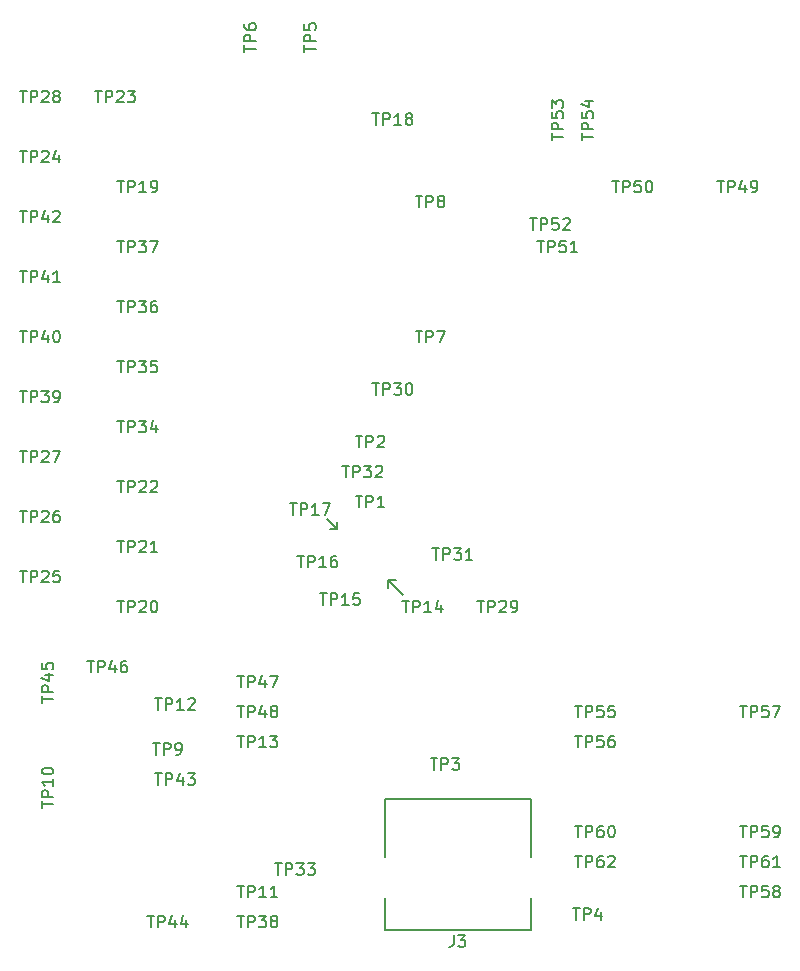
<source format=gto>
G04 #@! TF.FileFunction,Legend,Top*
%FSLAX46Y46*%
G04 Gerber Fmt 4.6, Leading zero omitted, Abs format (unit mm)*
G04 Created by KiCad (PCBNEW 4.0.7) date Tue Jan 30 12:06:56 2018*
%MOMM*%
%LPD*%
G01*
G04 APERTURE LIST*
%ADD10C,0.100000*%
%ADD11C,0.200000*%
%ADD12C,0.150000*%
%ADD13R,1.700000X1.700000*%
%ADD14O,1.700000X1.700000*%
%ADD15C,2.100000*%
%ADD16C,1.750000*%
%ADD17C,1.500000*%
%ADD18R,1.800000X1.800000*%
%ADD19O,1.800000X1.800000*%
%ADD20C,8.600000*%
%ADD21C,2.500000*%
%ADD22C,2.200000*%
%ADD23C,3.500000*%
%ADD24C,1.600000*%
G04 APERTURE END LIST*
D10*
D11*
X122301000Y-69596000D02*
X121412000Y-68707000D01*
X122301000Y-69596000D02*
X121666000Y-69596000D01*
X122301000Y-69596000D02*
X122301000Y-68961000D01*
X126619000Y-73914000D02*
X127889000Y-75184000D01*
X126619000Y-73914000D02*
X127254000Y-73914000D01*
X126619000Y-73914000D02*
X126619000Y-74549000D01*
D12*
X126300000Y-92450000D02*
X138700000Y-92450000D01*
X138700000Y-92450000D02*
X138700000Y-103550000D01*
X126300000Y-103550000D02*
X138700000Y-103550000D01*
X126300000Y-92450000D02*
X126300000Y-103550000D01*
X123833095Y-66762381D02*
X124404524Y-66762381D01*
X124118809Y-67762381D02*
X124118809Y-66762381D01*
X124737857Y-67762381D02*
X124737857Y-66762381D01*
X125118810Y-66762381D01*
X125214048Y-66810000D01*
X125261667Y-66857619D01*
X125309286Y-66952857D01*
X125309286Y-67095714D01*
X125261667Y-67190952D01*
X125214048Y-67238571D01*
X125118810Y-67286190D01*
X124737857Y-67286190D01*
X126261667Y-67762381D02*
X125690238Y-67762381D01*
X125975952Y-67762381D02*
X125975952Y-66762381D01*
X125880714Y-66905238D01*
X125785476Y-67000476D01*
X125690238Y-67048095D01*
X123833095Y-61682381D02*
X124404524Y-61682381D01*
X124118809Y-62682381D02*
X124118809Y-61682381D01*
X124737857Y-62682381D02*
X124737857Y-61682381D01*
X125118810Y-61682381D01*
X125214048Y-61730000D01*
X125261667Y-61777619D01*
X125309286Y-61872857D01*
X125309286Y-62015714D01*
X125261667Y-62110952D01*
X125214048Y-62158571D01*
X125118810Y-62206190D01*
X124737857Y-62206190D01*
X125690238Y-61777619D02*
X125737857Y-61730000D01*
X125833095Y-61682381D01*
X126071191Y-61682381D01*
X126166429Y-61730000D01*
X126214048Y-61777619D01*
X126261667Y-61872857D01*
X126261667Y-61968095D01*
X126214048Y-62110952D01*
X125642619Y-62682381D01*
X126261667Y-62682381D01*
X130183095Y-88987381D02*
X130754524Y-88987381D01*
X130468809Y-89987381D02*
X130468809Y-88987381D01*
X131087857Y-89987381D02*
X131087857Y-88987381D01*
X131468810Y-88987381D01*
X131564048Y-89035000D01*
X131611667Y-89082619D01*
X131659286Y-89177857D01*
X131659286Y-89320714D01*
X131611667Y-89415952D01*
X131564048Y-89463571D01*
X131468810Y-89511190D01*
X131087857Y-89511190D01*
X131992619Y-88987381D02*
X132611667Y-88987381D01*
X132278333Y-89368333D01*
X132421191Y-89368333D01*
X132516429Y-89415952D01*
X132564048Y-89463571D01*
X132611667Y-89558810D01*
X132611667Y-89796905D01*
X132564048Y-89892143D01*
X132516429Y-89939762D01*
X132421191Y-89987381D01*
X132135476Y-89987381D01*
X132040238Y-89939762D01*
X131992619Y-89892143D01*
X142248095Y-101687381D02*
X142819524Y-101687381D01*
X142533809Y-102687381D02*
X142533809Y-101687381D01*
X143152857Y-102687381D02*
X143152857Y-101687381D01*
X143533810Y-101687381D01*
X143629048Y-101735000D01*
X143676667Y-101782619D01*
X143724286Y-101877857D01*
X143724286Y-102020714D01*
X143676667Y-102115952D01*
X143629048Y-102163571D01*
X143533810Y-102211190D01*
X143152857Y-102211190D01*
X144581429Y-102020714D02*
X144581429Y-102687381D01*
X144343333Y-101639762D02*
X144105238Y-102354048D01*
X144724286Y-102354048D01*
X119467381Y-29201905D02*
X119467381Y-28630476D01*
X120467381Y-28916191D02*
X119467381Y-28916191D01*
X120467381Y-28297143D02*
X119467381Y-28297143D01*
X119467381Y-27916190D01*
X119515000Y-27820952D01*
X119562619Y-27773333D01*
X119657857Y-27725714D01*
X119800714Y-27725714D01*
X119895952Y-27773333D01*
X119943571Y-27820952D01*
X119991190Y-27916190D01*
X119991190Y-28297143D01*
X119467381Y-26820952D02*
X119467381Y-27297143D01*
X119943571Y-27344762D01*
X119895952Y-27297143D01*
X119848333Y-27201905D01*
X119848333Y-26963809D01*
X119895952Y-26868571D01*
X119943571Y-26820952D01*
X120038810Y-26773333D01*
X120276905Y-26773333D01*
X120372143Y-26820952D01*
X120419762Y-26868571D01*
X120467381Y-26963809D01*
X120467381Y-27201905D01*
X120419762Y-27297143D01*
X120372143Y-27344762D01*
X114387381Y-29201905D02*
X114387381Y-28630476D01*
X115387381Y-28916191D02*
X114387381Y-28916191D01*
X115387381Y-28297143D02*
X114387381Y-28297143D01*
X114387381Y-27916190D01*
X114435000Y-27820952D01*
X114482619Y-27773333D01*
X114577857Y-27725714D01*
X114720714Y-27725714D01*
X114815952Y-27773333D01*
X114863571Y-27820952D01*
X114911190Y-27916190D01*
X114911190Y-28297143D01*
X114387381Y-26868571D02*
X114387381Y-27059048D01*
X114435000Y-27154286D01*
X114482619Y-27201905D01*
X114625476Y-27297143D01*
X114815952Y-27344762D01*
X115196905Y-27344762D01*
X115292143Y-27297143D01*
X115339762Y-27249524D01*
X115387381Y-27154286D01*
X115387381Y-26963809D01*
X115339762Y-26868571D01*
X115292143Y-26820952D01*
X115196905Y-26773333D01*
X114958810Y-26773333D01*
X114863571Y-26820952D01*
X114815952Y-26868571D01*
X114768333Y-26963809D01*
X114768333Y-27154286D01*
X114815952Y-27249524D01*
X114863571Y-27297143D01*
X114958810Y-27344762D01*
X128913095Y-52792381D02*
X129484524Y-52792381D01*
X129198809Y-53792381D02*
X129198809Y-52792381D01*
X129817857Y-53792381D02*
X129817857Y-52792381D01*
X130198810Y-52792381D01*
X130294048Y-52840000D01*
X130341667Y-52887619D01*
X130389286Y-52982857D01*
X130389286Y-53125714D01*
X130341667Y-53220952D01*
X130294048Y-53268571D01*
X130198810Y-53316190D01*
X129817857Y-53316190D01*
X130722619Y-52792381D02*
X131389286Y-52792381D01*
X130960714Y-53792381D01*
X128913095Y-41362381D02*
X129484524Y-41362381D01*
X129198809Y-42362381D02*
X129198809Y-41362381D01*
X129817857Y-42362381D02*
X129817857Y-41362381D01*
X130198810Y-41362381D01*
X130294048Y-41410000D01*
X130341667Y-41457619D01*
X130389286Y-41552857D01*
X130389286Y-41695714D01*
X130341667Y-41790952D01*
X130294048Y-41838571D01*
X130198810Y-41886190D01*
X129817857Y-41886190D01*
X130960714Y-41790952D02*
X130865476Y-41743333D01*
X130817857Y-41695714D01*
X130770238Y-41600476D01*
X130770238Y-41552857D01*
X130817857Y-41457619D01*
X130865476Y-41410000D01*
X130960714Y-41362381D01*
X131151191Y-41362381D01*
X131246429Y-41410000D01*
X131294048Y-41457619D01*
X131341667Y-41552857D01*
X131341667Y-41600476D01*
X131294048Y-41695714D01*
X131246429Y-41743333D01*
X131151191Y-41790952D01*
X130960714Y-41790952D01*
X130865476Y-41838571D01*
X130817857Y-41886190D01*
X130770238Y-41981429D01*
X130770238Y-42171905D01*
X130817857Y-42267143D01*
X130865476Y-42314762D01*
X130960714Y-42362381D01*
X131151191Y-42362381D01*
X131246429Y-42314762D01*
X131294048Y-42267143D01*
X131341667Y-42171905D01*
X131341667Y-41981429D01*
X131294048Y-41886190D01*
X131246429Y-41838571D01*
X131151191Y-41790952D01*
X106688095Y-87717381D02*
X107259524Y-87717381D01*
X106973809Y-88717381D02*
X106973809Y-87717381D01*
X107592857Y-88717381D02*
X107592857Y-87717381D01*
X107973810Y-87717381D01*
X108069048Y-87765000D01*
X108116667Y-87812619D01*
X108164286Y-87907857D01*
X108164286Y-88050714D01*
X108116667Y-88145952D01*
X108069048Y-88193571D01*
X107973810Y-88241190D01*
X107592857Y-88241190D01*
X108640476Y-88717381D02*
X108830952Y-88717381D01*
X108926191Y-88669762D01*
X108973810Y-88622143D01*
X109069048Y-88479286D01*
X109116667Y-88288810D01*
X109116667Y-87907857D01*
X109069048Y-87812619D01*
X109021429Y-87765000D01*
X108926191Y-87717381D01*
X108735714Y-87717381D01*
X108640476Y-87765000D01*
X108592857Y-87812619D01*
X108545238Y-87907857D01*
X108545238Y-88145952D01*
X108592857Y-88241190D01*
X108640476Y-88288810D01*
X108735714Y-88336429D01*
X108926191Y-88336429D01*
X109021429Y-88288810D01*
X109069048Y-88241190D01*
X109116667Y-88145952D01*
X97242381Y-93178095D02*
X97242381Y-92606666D01*
X98242381Y-92892381D02*
X97242381Y-92892381D01*
X98242381Y-92273333D02*
X97242381Y-92273333D01*
X97242381Y-91892380D01*
X97290000Y-91797142D01*
X97337619Y-91749523D01*
X97432857Y-91701904D01*
X97575714Y-91701904D01*
X97670952Y-91749523D01*
X97718571Y-91797142D01*
X97766190Y-91892380D01*
X97766190Y-92273333D01*
X98242381Y-90749523D02*
X98242381Y-91320952D01*
X98242381Y-91035238D02*
X97242381Y-91035238D01*
X97385238Y-91130476D01*
X97480476Y-91225714D01*
X97528095Y-91320952D01*
X97242381Y-90130476D02*
X97242381Y-90035237D01*
X97290000Y-89939999D01*
X97337619Y-89892380D01*
X97432857Y-89844761D01*
X97623333Y-89797142D01*
X97861429Y-89797142D01*
X98051905Y-89844761D01*
X98147143Y-89892380D01*
X98194762Y-89939999D01*
X98242381Y-90035237D01*
X98242381Y-90130476D01*
X98194762Y-90225714D01*
X98147143Y-90273333D01*
X98051905Y-90320952D01*
X97861429Y-90368571D01*
X97623333Y-90368571D01*
X97432857Y-90320952D01*
X97337619Y-90273333D01*
X97290000Y-90225714D01*
X97242381Y-90130476D01*
X113831905Y-99782381D02*
X114403334Y-99782381D01*
X114117619Y-100782381D02*
X114117619Y-99782381D01*
X114736667Y-100782381D02*
X114736667Y-99782381D01*
X115117620Y-99782381D01*
X115212858Y-99830000D01*
X115260477Y-99877619D01*
X115308096Y-99972857D01*
X115308096Y-100115714D01*
X115260477Y-100210952D01*
X115212858Y-100258571D01*
X115117620Y-100306190D01*
X114736667Y-100306190D01*
X116260477Y-100782381D02*
X115689048Y-100782381D01*
X115974762Y-100782381D02*
X115974762Y-99782381D01*
X115879524Y-99925238D01*
X115784286Y-100020476D01*
X115689048Y-100068095D01*
X117212858Y-100782381D02*
X116641429Y-100782381D01*
X116927143Y-100782381D02*
X116927143Y-99782381D01*
X116831905Y-99925238D01*
X116736667Y-100020476D01*
X116641429Y-100068095D01*
X106846905Y-83907381D02*
X107418334Y-83907381D01*
X107132619Y-84907381D02*
X107132619Y-83907381D01*
X107751667Y-84907381D02*
X107751667Y-83907381D01*
X108132620Y-83907381D01*
X108227858Y-83955000D01*
X108275477Y-84002619D01*
X108323096Y-84097857D01*
X108323096Y-84240714D01*
X108275477Y-84335952D01*
X108227858Y-84383571D01*
X108132620Y-84431190D01*
X107751667Y-84431190D01*
X109275477Y-84907381D02*
X108704048Y-84907381D01*
X108989762Y-84907381D02*
X108989762Y-83907381D01*
X108894524Y-84050238D01*
X108799286Y-84145476D01*
X108704048Y-84193095D01*
X109656429Y-84002619D02*
X109704048Y-83955000D01*
X109799286Y-83907381D01*
X110037382Y-83907381D01*
X110132620Y-83955000D01*
X110180239Y-84002619D01*
X110227858Y-84097857D01*
X110227858Y-84193095D01*
X110180239Y-84335952D01*
X109608810Y-84907381D01*
X110227858Y-84907381D01*
X113831905Y-87082381D02*
X114403334Y-87082381D01*
X114117619Y-88082381D02*
X114117619Y-87082381D01*
X114736667Y-88082381D02*
X114736667Y-87082381D01*
X115117620Y-87082381D01*
X115212858Y-87130000D01*
X115260477Y-87177619D01*
X115308096Y-87272857D01*
X115308096Y-87415714D01*
X115260477Y-87510952D01*
X115212858Y-87558571D01*
X115117620Y-87606190D01*
X114736667Y-87606190D01*
X116260477Y-88082381D02*
X115689048Y-88082381D01*
X115974762Y-88082381D02*
X115974762Y-87082381D01*
X115879524Y-87225238D01*
X115784286Y-87320476D01*
X115689048Y-87368095D01*
X116593810Y-87082381D02*
X117212858Y-87082381D01*
X116879524Y-87463333D01*
X117022382Y-87463333D01*
X117117620Y-87510952D01*
X117165239Y-87558571D01*
X117212858Y-87653810D01*
X117212858Y-87891905D01*
X117165239Y-87987143D01*
X117117620Y-88034762D01*
X117022382Y-88082381D01*
X116736667Y-88082381D01*
X116641429Y-88034762D01*
X116593810Y-87987143D01*
X127801905Y-75652381D02*
X128373334Y-75652381D01*
X128087619Y-76652381D02*
X128087619Y-75652381D01*
X128706667Y-76652381D02*
X128706667Y-75652381D01*
X129087620Y-75652381D01*
X129182858Y-75700000D01*
X129230477Y-75747619D01*
X129278096Y-75842857D01*
X129278096Y-75985714D01*
X129230477Y-76080952D01*
X129182858Y-76128571D01*
X129087620Y-76176190D01*
X128706667Y-76176190D01*
X130230477Y-76652381D02*
X129659048Y-76652381D01*
X129944762Y-76652381D02*
X129944762Y-75652381D01*
X129849524Y-75795238D01*
X129754286Y-75890476D01*
X129659048Y-75938095D01*
X131087620Y-75985714D02*
X131087620Y-76652381D01*
X130849524Y-75604762D02*
X130611429Y-76319048D01*
X131230477Y-76319048D01*
X120816905Y-75017381D02*
X121388334Y-75017381D01*
X121102619Y-76017381D02*
X121102619Y-75017381D01*
X121721667Y-76017381D02*
X121721667Y-75017381D01*
X122102620Y-75017381D01*
X122197858Y-75065000D01*
X122245477Y-75112619D01*
X122293096Y-75207857D01*
X122293096Y-75350714D01*
X122245477Y-75445952D01*
X122197858Y-75493571D01*
X122102620Y-75541190D01*
X121721667Y-75541190D01*
X123245477Y-76017381D02*
X122674048Y-76017381D01*
X122959762Y-76017381D02*
X122959762Y-75017381D01*
X122864524Y-75160238D01*
X122769286Y-75255476D01*
X122674048Y-75303095D01*
X124150239Y-75017381D02*
X123674048Y-75017381D01*
X123626429Y-75493571D01*
X123674048Y-75445952D01*
X123769286Y-75398333D01*
X124007382Y-75398333D01*
X124102620Y-75445952D01*
X124150239Y-75493571D01*
X124197858Y-75588810D01*
X124197858Y-75826905D01*
X124150239Y-75922143D01*
X124102620Y-75969762D01*
X124007382Y-76017381D01*
X123769286Y-76017381D01*
X123674048Y-75969762D01*
X123626429Y-75922143D01*
X118911905Y-71842381D02*
X119483334Y-71842381D01*
X119197619Y-72842381D02*
X119197619Y-71842381D01*
X119816667Y-72842381D02*
X119816667Y-71842381D01*
X120197620Y-71842381D01*
X120292858Y-71890000D01*
X120340477Y-71937619D01*
X120388096Y-72032857D01*
X120388096Y-72175714D01*
X120340477Y-72270952D01*
X120292858Y-72318571D01*
X120197620Y-72366190D01*
X119816667Y-72366190D01*
X121340477Y-72842381D02*
X120769048Y-72842381D01*
X121054762Y-72842381D02*
X121054762Y-71842381D01*
X120959524Y-71985238D01*
X120864286Y-72080476D01*
X120769048Y-72128095D01*
X122197620Y-71842381D02*
X122007143Y-71842381D01*
X121911905Y-71890000D01*
X121864286Y-71937619D01*
X121769048Y-72080476D01*
X121721429Y-72270952D01*
X121721429Y-72651905D01*
X121769048Y-72747143D01*
X121816667Y-72794762D01*
X121911905Y-72842381D01*
X122102382Y-72842381D01*
X122197620Y-72794762D01*
X122245239Y-72747143D01*
X122292858Y-72651905D01*
X122292858Y-72413810D01*
X122245239Y-72318571D01*
X122197620Y-72270952D01*
X122102382Y-72223333D01*
X121911905Y-72223333D01*
X121816667Y-72270952D01*
X121769048Y-72318571D01*
X121721429Y-72413810D01*
X118276905Y-67397381D02*
X118848334Y-67397381D01*
X118562619Y-68397381D02*
X118562619Y-67397381D01*
X119181667Y-68397381D02*
X119181667Y-67397381D01*
X119562620Y-67397381D01*
X119657858Y-67445000D01*
X119705477Y-67492619D01*
X119753096Y-67587857D01*
X119753096Y-67730714D01*
X119705477Y-67825952D01*
X119657858Y-67873571D01*
X119562620Y-67921190D01*
X119181667Y-67921190D01*
X120705477Y-68397381D02*
X120134048Y-68397381D01*
X120419762Y-68397381D02*
X120419762Y-67397381D01*
X120324524Y-67540238D01*
X120229286Y-67635476D01*
X120134048Y-67683095D01*
X121038810Y-67397381D02*
X121705477Y-67397381D01*
X121276905Y-68397381D01*
X125261905Y-34377381D02*
X125833334Y-34377381D01*
X125547619Y-35377381D02*
X125547619Y-34377381D01*
X126166667Y-35377381D02*
X126166667Y-34377381D01*
X126547620Y-34377381D01*
X126642858Y-34425000D01*
X126690477Y-34472619D01*
X126738096Y-34567857D01*
X126738096Y-34710714D01*
X126690477Y-34805952D01*
X126642858Y-34853571D01*
X126547620Y-34901190D01*
X126166667Y-34901190D01*
X127690477Y-35377381D02*
X127119048Y-35377381D01*
X127404762Y-35377381D02*
X127404762Y-34377381D01*
X127309524Y-34520238D01*
X127214286Y-34615476D01*
X127119048Y-34663095D01*
X128261905Y-34805952D02*
X128166667Y-34758333D01*
X128119048Y-34710714D01*
X128071429Y-34615476D01*
X128071429Y-34567857D01*
X128119048Y-34472619D01*
X128166667Y-34425000D01*
X128261905Y-34377381D01*
X128452382Y-34377381D01*
X128547620Y-34425000D01*
X128595239Y-34472619D01*
X128642858Y-34567857D01*
X128642858Y-34615476D01*
X128595239Y-34710714D01*
X128547620Y-34758333D01*
X128452382Y-34805952D01*
X128261905Y-34805952D01*
X128166667Y-34853571D01*
X128119048Y-34901190D01*
X128071429Y-34996429D01*
X128071429Y-35186905D01*
X128119048Y-35282143D01*
X128166667Y-35329762D01*
X128261905Y-35377381D01*
X128452382Y-35377381D01*
X128547620Y-35329762D01*
X128595239Y-35282143D01*
X128642858Y-35186905D01*
X128642858Y-34996429D01*
X128595239Y-34901190D01*
X128547620Y-34853571D01*
X128452382Y-34805952D01*
X103671905Y-40092381D02*
X104243334Y-40092381D01*
X103957619Y-41092381D02*
X103957619Y-40092381D01*
X104576667Y-41092381D02*
X104576667Y-40092381D01*
X104957620Y-40092381D01*
X105052858Y-40140000D01*
X105100477Y-40187619D01*
X105148096Y-40282857D01*
X105148096Y-40425714D01*
X105100477Y-40520952D01*
X105052858Y-40568571D01*
X104957620Y-40616190D01*
X104576667Y-40616190D01*
X106100477Y-41092381D02*
X105529048Y-41092381D01*
X105814762Y-41092381D02*
X105814762Y-40092381D01*
X105719524Y-40235238D01*
X105624286Y-40330476D01*
X105529048Y-40378095D01*
X106576667Y-41092381D02*
X106767143Y-41092381D01*
X106862382Y-41044762D01*
X106910001Y-40997143D01*
X107005239Y-40854286D01*
X107052858Y-40663810D01*
X107052858Y-40282857D01*
X107005239Y-40187619D01*
X106957620Y-40140000D01*
X106862382Y-40092381D01*
X106671905Y-40092381D01*
X106576667Y-40140000D01*
X106529048Y-40187619D01*
X106481429Y-40282857D01*
X106481429Y-40520952D01*
X106529048Y-40616190D01*
X106576667Y-40663810D01*
X106671905Y-40711429D01*
X106862382Y-40711429D01*
X106957620Y-40663810D01*
X107005239Y-40616190D01*
X107052858Y-40520952D01*
X103671905Y-75652381D02*
X104243334Y-75652381D01*
X103957619Y-76652381D02*
X103957619Y-75652381D01*
X104576667Y-76652381D02*
X104576667Y-75652381D01*
X104957620Y-75652381D01*
X105052858Y-75700000D01*
X105100477Y-75747619D01*
X105148096Y-75842857D01*
X105148096Y-75985714D01*
X105100477Y-76080952D01*
X105052858Y-76128571D01*
X104957620Y-76176190D01*
X104576667Y-76176190D01*
X105529048Y-75747619D02*
X105576667Y-75700000D01*
X105671905Y-75652381D01*
X105910001Y-75652381D01*
X106005239Y-75700000D01*
X106052858Y-75747619D01*
X106100477Y-75842857D01*
X106100477Y-75938095D01*
X106052858Y-76080952D01*
X105481429Y-76652381D01*
X106100477Y-76652381D01*
X106719524Y-75652381D02*
X106814763Y-75652381D01*
X106910001Y-75700000D01*
X106957620Y-75747619D01*
X107005239Y-75842857D01*
X107052858Y-76033333D01*
X107052858Y-76271429D01*
X107005239Y-76461905D01*
X106957620Y-76557143D01*
X106910001Y-76604762D01*
X106814763Y-76652381D01*
X106719524Y-76652381D01*
X106624286Y-76604762D01*
X106576667Y-76557143D01*
X106529048Y-76461905D01*
X106481429Y-76271429D01*
X106481429Y-76033333D01*
X106529048Y-75842857D01*
X106576667Y-75747619D01*
X106624286Y-75700000D01*
X106719524Y-75652381D01*
X103671905Y-70572381D02*
X104243334Y-70572381D01*
X103957619Y-71572381D02*
X103957619Y-70572381D01*
X104576667Y-71572381D02*
X104576667Y-70572381D01*
X104957620Y-70572381D01*
X105052858Y-70620000D01*
X105100477Y-70667619D01*
X105148096Y-70762857D01*
X105148096Y-70905714D01*
X105100477Y-71000952D01*
X105052858Y-71048571D01*
X104957620Y-71096190D01*
X104576667Y-71096190D01*
X105529048Y-70667619D02*
X105576667Y-70620000D01*
X105671905Y-70572381D01*
X105910001Y-70572381D01*
X106005239Y-70620000D01*
X106052858Y-70667619D01*
X106100477Y-70762857D01*
X106100477Y-70858095D01*
X106052858Y-71000952D01*
X105481429Y-71572381D01*
X106100477Y-71572381D01*
X107052858Y-71572381D02*
X106481429Y-71572381D01*
X106767143Y-71572381D02*
X106767143Y-70572381D01*
X106671905Y-70715238D01*
X106576667Y-70810476D01*
X106481429Y-70858095D01*
X103671905Y-65492381D02*
X104243334Y-65492381D01*
X103957619Y-66492381D02*
X103957619Y-65492381D01*
X104576667Y-66492381D02*
X104576667Y-65492381D01*
X104957620Y-65492381D01*
X105052858Y-65540000D01*
X105100477Y-65587619D01*
X105148096Y-65682857D01*
X105148096Y-65825714D01*
X105100477Y-65920952D01*
X105052858Y-65968571D01*
X104957620Y-66016190D01*
X104576667Y-66016190D01*
X105529048Y-65587619D02*
X105576667Y-65540000D01*
X105671905Y-65492381D01*
X105910001Y-65492381D01*
X106005239Y-65540000D01*
X106052858Y-65587619D01*
X106100477Y-65682857D01*
X106100477Y-65778095D01*
X106052858Y-65920952D01*
X105481429Y-66492381D01*
X106100477Y-66492381D01*
X106481429Y-65587619D02*
X106529048Y-65540000D01*
X106624286Y-65492381D01*
X106862382Y-65492381D01*
X106957620Y-65540000D01*
X107005239Y-65587619D01*
X107052858Y-65682857D01*
X107052858Y-65778095D01*
X107005239Y-65920952D01*
X106433810Y-66492381D01*
X107052858Y-66492381D01*
X101766905Y-32472381D02*
X102338334Y-32472381D01*
X102052619Y-33472381D02*
X102052619Y-32472381D01*
X102671667Y-33472381D02*
X102671667Y-32472381D01*
X103052620Y-32472381D01*
X103147858Y-32520000D01*
X103195477Y-32567619D01*
X103243096Y-32662857D01*
X103243096Y-32805714D01*
X103195477Y-32900952D01*
X103147858Y-32948571D01*
X103052620Y-32996190D01*
X102671667Y-32996190D01*
X103624048Y-32567619D02*
X103671667Y-32520000D01*
X103766905Y-32472381D01*
X104005001Y-32472381D01*
X104100239Y-32520000D01*
X104147858Y-32567619D01*
X104195477Y-32662857D01*
X104195477Y-32758095D01*
X104147858Y-32900952D01*
X103576429Y-33472381D01*
X104195477Y-33472381D01*
X104528810Y-32472381D02*
X105147858Y-32472381D01*
X104814524Y-32853333D01*
X104957382Y-32853333D01*
X105052620Y-32900952D01*
X105100239Y-32948571D01*
X105147858Y-33043810D01*
X105147858Y-33281905D01*
X105100239Y-33377143D01*
X105052620Y-33424762D01*
X104957382Y-33472381D01*
X104671667Y-33472381D01*
X104576429Y-33424762D01*
X104528810Y-33377143D01*
X95416905Y-37552381D02*
X95988334Y-37552381D01*
X95702619Y-38552381D02*
X95702619Y-37552381D01*
X96321667Y-38552381D02*
X96321667Y-37552381D01*
X96702620Y-37552381D01*
X96797858Y-37600000D01*
X96845477Y-37647619D01*
X96893096Y-37742857D01*
X96893096Y-37885714D01*
X96845477Y-37980952D01*
X96797858Y-38028571D01*
X96702620Y-38076190D01*
X96321667Y-38076190D01*
X97274048Y-37647619D02*
X97321667Y-37600000D01*
X97416905Y-37552381D01*
X97655001Y-37552381D01*
X97750239Y-37600000D01*
X97797858Y-37647619D01*
X97845477Y-37742857D01*
X97845477Y-37838095D01*
X97797858Y-37980952D01*
X97226429Y-38552381D01*
X97845477Y-38552381D01*
X98702620Y-37885714D02*
X98702620Y-38552381D01*
X98464524Y-37504762D02*
X98226429Y-38219048D01*
X98845477Y-38219048D01*
X95416905Y-73112381D02*
X95988334Y-73112381D01*
X95702619Y-74112381D02*
X95702619Y-73112381D01*
X96321667Y-74112381D02*
X96321667Y-73112381D01*
X96702620Y-73112381D01*
X96797858Y-73160000D01*
X96845477Y-73207619D01*
X96893096Y-73302857D01*
X96893096Y-73445714D01*
X96845477Y-73540952D01*
X96797858Y-73588571D01*
X96702620Y-73636190D01*
X96321667Y-73636190D01*
X97274048Y-73207619D02*
X97321667Y-73160000D01*
X97416905Y-73112381D01*
X97655001Y-73112381D01*
X97750239Y-73160000D01*
X97797858Y-73207619D01*
X97845477Y-73302857D01*
X97845477Y-73398095D01*
X97797858Y-73540952D01*
X97226429Y-74112381D01*
X97845477Y-74112381D01*
X98750239Y-73112381D02*
X98274048Y-73112381D01*
X98226429Y-73588571D01*
X98274048Y-73540952D01*
X98369286Y-73493333D01*
X98607382Y-73493333D01*
X98702620Y-73540952D01*
X98750239Y-73588571D01*
X98797858Y-73683810D01*
X98797858Y-73921905D01*
X98750239Y-74017143D01*
X98702620Y-74064762D01*
X98607382Y-74112381D01*
X98369286Y-74112381D01*
X98274048Y-74064762D01*
X98226429Y-74017143D01*
X95416905Y-68032381D02*
X95988334Y-68032381D01*
X95702619Y-69032381D02*
X95702619Y-68032381D01*
X96321667Y-69032381D02*
X96321667Y-68032381D01*
X96702620Y-68032381D01*
X96797858Y-68080000D01*
X96845477Y-68127619D01*
X96893096Y-68222857D01*
X96893096Y-68365714D01*
X96845477Y-68460952D01*
X96797858Y-68508571D01*
X96702620Y-68556190D01*
X96321667Y-68556190D01*
X97274048Y-68127619D02*
X97321667Y-68080000D01*
X97416905Y-68032381D01*
X97655001Y-68032381D01*
X97750239Y-68080000D01*
X97797858Y-68127619D01*
X97845477Y-68222857D01*
X97845477Y-68318095D01*
X97797858Y-68460952D01*
X97226429Y-69032381D01*
X97845477Y-69032381D01*
X98702620Y-68032381D02*
X98512143Y-68032381D01*
X98416905Y-68080000D01*
X98369286Y-68127619D01*
X98274048Y-68270476D01*
X98226429Y-68460952D01*
X98226429Y-68841905D01*
X98274048Y-68937143D01*
X98321667Y-68984762D01*
X98416905Y-69032381D01*
X98607382Y-69032381D01*
X98702620Y-68984762D01*
X98750239Y-68937143D01*
X98797858Y-68841905D01*
X98797858Y-68603810D01*
X98750239Y-68508571D01*
X98702620Y-68460952D01*
X98607382Y-68413333D01*
X98416905Y-68413333D01*
X98321667Y-68460952D01*
X98274048Y-68508571D01*
X98226429Y-68603810D01*
X95416905Y-62952381D02*
X95988334Y-62952381D01*
X95702619Y-63952381D02*
X95702619Y-62952381D01*
X96321667Y-63952381D02*
X96321667Y-62952381D01*
X96702620Y-62952381D01*
X96797858Y-63000000D01*
X96845477Y-63047619D01*
X96893096Y-63142857D01*
X96893096Y-63285714D01*
X96845477Y-63380952D01*
X96797858Y-63428571D01*
X96702620Y-63476190D01*
X96321667Y-63476190D01*
X97274048Y-63047619D02*
X97321667Y-63000000D01*
X97416905Y-62952381D01*
X97655001Y-62952381D01*
X97750239Y-63000000D01*
X97797858Y-63047619D01*
X97845477Y-63142857D01*
X97845477Y-63238095D01*
X97797858Y-63380952D01*
X97226429Y-63952381D01*
X97845477Y-63952381D01*
X98178810Y-62952381D02*
X98845477Y-62952381D01*
X98416905Y-63952381D01*
X95416905Y-32472381D02*
X95988334Y-32472381D01*
X95702619Y-33472381D02*
X95702619Y-32472381D01*
X96321667Y-33472381D02*
X96321667Y-32472381D01*
X96702620Y-32472381D01*
X96797858Y-32520000D01*
X96845477Y-32567619D01*
X96893096Y-32662857D01*
X96893096Y-32805714D01*
X96845477Y-32900952D01*
X96797858Y-32948571D01*
X96702620Y-32996190D01*
X96321667Y-32996190D01*
X97274048Y-32567619D02*
X97321667Y-32520000D01*
X97416905Y-32472381D01*
X97655001Y-32472381D01*
X97750239Y-32520000D01*
X97797858Y-32567619D01*
X97845477Y-32662857D01*
X97845477Y-32758095D01*
X97797858Y-32900952D01*
X97226429Y-33472381D01*
X97845477Y-33472381D01*
X98416905Y-32900952D02*
X98321667Y-32853333D01*
X98274048Y-32805714D01*
X98226429Y-32710476D01*
X98226429Y-32662857D01*
X98274048Y-32567619D01*
X98321667Y-32520000D01*
X98416905Y-32472381D01*
X98607382Y-32472381D01*
X98702620Y-32520000D01*
X98750239Y-32567619D01*
X98797858Y-32662857D01*
X98797858Y-32710476D01*
X98750239Y-32805714D01*
X98702620Y-32853333D01*
X98607382Y-32900952D01*
X98416905Y-32900952D01*
X98321667Y-32948571D01*
X98274048Y-32996190D01*
X98226429Y-33091429D01*
X98226429Y-33281905D01*
X98274048Y-33377143D01*
X98321667Y-33424762D01*
X98416905Y-33472381D01*
X98607382Y-33472381D01*
X98702620Y-33424762D01*
X98750239Y-33377143D01*
X98797858Y-33281905D01*
X98797858Y-33091429D01*
X98750239Y-32996190D01*
X98702620Y-32948571D01*
X98607382Y-32900952D01*
X134151905Y-75652381D02*
X134723334Y-75652381D01*
X134437619Y-76652381D02*
X134437619Y-75652381D01*
X135056667Y-76652381D02*
X135056667Y-75652381D01*
X135437620Y-75652381D01*
X135532858Y-75700000D01*
X135580477Y-75747619D01*
X135628096Y-75842857D01*
X135628096Y-75985714D01*
X135580477Y-76080952D01*
X135532858Y-76128571D01*
X135437620Y-76176190D01*
X135056667Y-76176190D01*
X136009048Y-75747619D02*
X136056667Y-75700000D01*
X136151905Y-75652381D01*
X136390001Y-75652381D01*
X136485239Y-75700000D01*
X136532858Y-75747619D01*
X136580477Y-75842857D01*
X136580477Y-75938095D01*
X136532858Y-76080952D01*
X135961429Y-76652381D01*
X136580477Y-76652381D01*
X137056667Y-76652381D02*
X137247143Y-76652381D01*
X137342382Y-76604762D01*
X137390001Y-76557143D01*
X137485239Y-76414286D01*
X137532858Y-76223810D01*
X137532858Y-75842857D01*
X137485239Y-75747619D01*
X137437620Y-75700000D01*
X137342382Y-75652381D01*
X137151905Y-75652381D01*
X137056667Y-75700000D01*
X137009048Y-75747619D01*
X136961429Y-75842857D01*
X136961429Y-76080952D01*
X137009048Y-76176190D01*
X137056667Y-76223810D01*
X137151905Y-76271429D01*
X137342382Y-76271429D01*
X137437620Y-76223810D01*
X137485239Y-76176190D01*
X137532858Y-76080952D01*
X125261905Y-57237381D02*
X125833334Y-57237381D01*
X125547619Y-58237381D02*
X125547619Y-57237381D01*
X126166667Y-58237381D02*
X126166667Y-57237381D01*
X126547620Y-57237381D01*
X126642858Y-57285000D01*
X126690477Y-57332619D01*
X126738096Y-57427857D01*
X126738096Y-57570714D01*
X126690477Y-57665952D01*
X126642858Y-57713571D01*
X126547620Y-57761190D01*
X126166667Y-57761190D01*
X127071429Y-57237381D02*
X127690477Y-57237381D01*
X127357143Y-57618333D01*
X127500001Y-57618333D01*
X127595239Y-57665952D01*
X127642858Y-57713571D01*
X127690477Y-57808810D01*
X127690477Y-58046905D01*
X127642858Y-58142143D01*
X127595239Y-58189762D01*
X127500001Y-58237381D01*
X127214286Y-58237381D01*
X127119048Y-58189762D01*
X127071429Y-58142143D01*
X128309524Y-57237381D02*
X128404763Y-57237381D01*
X128500001Y-57285000D01*
X128547620Y-57332619D01*
X128595239Y-57427857D01*
X128642858Y-57618333D01*
X128642858Y-57856429D01*
X128595239Y-58046905D01*
X128547620Y-58142143D01*
X128500001Y-58189762D01*
X128404763Y-58237381D01*
X128309524Y-58237381D01*
X128214286Y-58189762D01*
X128166667Y-58142143D01*
X128119048Y-58046905D01*
X128071429Y-57856429D01*
X128071429Y-57618333D01*
X128119048Y-57427857D01*
X128166667Y-57332619D01*
X128214286Y-57285000D01*
X128309524Y-57237381D01*
X130341905Y-71207381D02*
X130913334Y-71207381D01*
X130627619Y-72207381D02*
X130627619Y-71207381D01*
X131246667Y-72207381D02*
X131246667Y-71207381D01*
X131627620Y-71207381D01*
X131722858Y-71255000D01*
X131770477Y-71302619D01*
X131818096Y-71397857D01*
X131818096Y-71540714D01*
X131770477Y-71635952D01*
X131722858Y-71683571D01*
X131627620Y-71731190D01*
X131246667Y-71731190D01*
X132151429Y-71207381D02*
X132770477Y-71207381D01*
X132437143Y-71588333D01*
X132580001Y-71588333D01*
X132675239Y-71635952D01*
X132722858Y-71683571D01*
X132770477Y-71778810D01*
X132770477Y-72016905D01*
X132722858Y-72112143D01*
X132675239Y-72159762D01*
X132580001Y-72207381D01*
X132294286Y-72207381D01*
X132199048Y-72159762D01*
X132151429Y-72112143D01*
X133722858Y-72207381D02*
X133151429Y-72207381D01*
X133437143Y-72207381D02*
X133437143Y-71207381D01*
X133341905Y-71350238D01*
X133246667Y-71445476D01*
X133151429Y-71493095D01*
X122721905Y-64222381D02*
X123293334Y-64222381D01*
X123007619Y-65222381D02*
X123007619Y-64222381D01*
X123626667Y-65222381D02*
X123626667Y-64222381D01*
X124007620Y-64222381D01*
X124102858Y-64270000D01*
X124150477Y-64317619D01*
X124198096Y-64412857D01*
X124198096Y-64555714D01*
X124150477Y-64650952D01*
X124102858Y-64698571D01*
X124007620Y-64746190D01*
X123626667Y-64746190D01*
X124531429Y-64222381D02*
X125150477Y-64222381D01*
X124817143Y-64603333D01*
X124960001Y-64603333D01*
X125055239Y-64650952D01*
X125102858Y-64698571D01*
X125150477Y-64793810D01*
X125150477Y-65031905D01*
X125102858Y-65127143D01*
X125055239Y-65174762D01*
X124960001Y-65222381D01*
X124674286Y-65222381D01*
X124579048Y-65174762D01*
X124531429Y-65127143D01*
X125531429Y-64317619D02*
X125579048Y-64270000D01*
X125674286Y-64222381D01*
X125912382Y-64222381D01*
X126007620Y-64270000D01*
X126055239Y-64317619D01*
X126102858Y-64412857D01*
X126102858Y-64508095D01*
X126055239Y-64650952D01*
X125483810Y-65222381D01*
X126102858Y-65222381D01*
X117006905Y-97877381D02*
X117578334Y-97877381D01*
X117292619Y-98877381D02*
X117292619Y-97877381D01*
X117911667Y-98877381D02*
X117911667Y-97877381D01*
X118292620Y-97877381D01*
X118387858Y-97925000D01*
X118435477Y-97972619D01*
X118483096Y-98067857D01*
X118483096Y-98210714D01*
X118435477Y-98305952D01*
X118387858Y-98353571D01*
X118292620Y-98401190D01*
X117911667Y-98401190D01*
X118816429Y-97877381D02*
X119435477Y-97877381D01*
X119102143Y-98258333D01*
X119245001Y-98258333D01*
X119340239Y-98305952D01*
X119387858Y-98353571D01*
X119435477Y-98448810D01*
X119435477Y-98686905D01*
X119387858Y-98782143D01*
X119340239Y-98829762D01*
X119245001Y-98877381D01*
X118959286Y-98877381D01*
X118864048Y-98829762D01*
X118816429Y-98782143D01*
X119768810Y-97877381D02*
X120387858Y-97877381D01*
X120054524Y-98258333D01*
X120197382Y-98258333D01*
X120292620Y-98305952D01*
X120340239Y-98353571D01*
X120387858Y-98448810D01*
X120387858Y-98686905D01*
X120340239Y-98782143D01*
X120292620Y-98829762D01*
X120197382Y-98877381D01*
X119911667Y-98877381D01*
X119816429Y-98829762D01*
X119768810Y-98782143D01*
X103671905Y-60412381D02*
X104243334Y-60412381D01*
X103957619Y-61412381D02*
X103957619Y-60412381D01*
X104576667Y-61412381D02*
X104576667Y-60412381D01*
X104957620Y-60412381D01*
X105052858Y-60460000D01*
X105100477Y-60507619D01*
X105148096Y-60602857D01*
X105148096Y-60745714D01*
X105100477Y-60840952D01*
X105052858Y-60888571D01*
X104957620Y-60936190D01*
X104576667Y-60936190D01*
X105481429Y-60412381D02*
X106100477Y-60412381D01*
X105767143Y-60793333D01*
X105910001Y-60793333D01*
X106005239Y-60840952D01*
X106052858Y-60888571D01*
X106100477Y-60983810D01*
X106100477Y-61221905D01*
X106052858Y-61317143D01*
X106005239Y-61364762D01*
X105910001Y-61412381D01*
X105624286Y-61412381D01*
X105529048Y-61364762D01*
X105481429Y-61317143D01*
X106957620Y-60745714D02*
X106957620Y-61412381D01*
X106719524Y-60364762D02*
X106481429Y-61079048D01*
X107100477Y-61079048D01*
X103671905Y-55332381D02*
X104243334Y-55332381D01*
X103957619Y-56332381D02*
X103957619Y-55332381D01*
X104576667Y-56332381D02*
X104576667Y-55332381D01*
X104957620Y-55332381D01*
X105052858Y-55380000D01*
X105100477Y-55427619D01*
X105148096Y-55522857D01*
X105148096Y-55665714D01*
X105100477Y-55760952D01*
X105052858Y-55808571D01*
X104957620Y-55856190D01*
X104576667Y-55856190D01*
X105481429Y-55332381D02*
X106100477Y-55332381D01*
X105767143Y-55713333D01*
X105910001Y-55713333D01*
X106005239Y-55760952D01*
X106052858Y-55808571D01*
X106100477Y-55903810D01*
X106100477Y-56141905D01*
X106052858Y-56237143D01*
X106005239Y-56284762D01*
X105910001Y-56332381D01*
X105624286Y-56332381D01*
X105529048Y-56284762D01*
X105481429Y-56237143D01*
X107005239Y-55332381D02*
X106529048Y-55332381D01*
X106481429Y-55808571D01*
X106529048Y-55760952D01*
X106624286Y-55713333D01*
X106862382Y-55713333D01*
X106957620Y-55760952D01*
X107005239Y-55808571D01*
X107052858Y-55903810D01*
X107052858Y-56141905D01*
X107005239Y-56237143D01*
X106957620Y-56284762D01*
X106862382Y-56332381D01*
X106624286Y-56332381D01*
X106529048Y-56284762D01*
X106481429Y-56237143D01*
X103671905Y-50252381D02*
X104243334Y-50252381D01*
X103957619Y-51252381D02*
X103957619Y-50252381D01*
X104576667Y-51252381D02*
X104576667Y-50252381D01*
X104957620Y-50252381D01*
X105052858Y-50300000D01*
X105100477Y-50347619D01*
X105148096Y-50442857D01*
X105148096Y-50585714D01*
X105100477Y-50680952D01*
X105052858Y-50728571D01*
X104957620Y-50776190D01*
X104576667Y-50776190D01*
X105481429Y-50252381D02*
X106100477Y-50252381D01*
X105767143Y-50633333D01*
X105910001Y-50633333D01*
X106005239Y-50680952D01*
X106052858Y-50728571D01*
X106100477Y-50823810D01*
X106100477Y-51061905D01*
X106052858Y-51157143D01*
X106005239Y-51204762D01*
X105910001Y-51252381D01*
X105624286Y-51252381D01*
X105529048Y-51204762D01*
X105481429Y-51157143D01*
X106957620Y-50252381D02*
X106767143Y-50252381D01*
X106671905Y-50300000D01*
X106624286Y-50347619D01*
X106529048Y-50490476D01*
X106481429Y-50680952D01*
X106481429Y-51061905D01*
X106529048Y-51157143D01*
X106576667Y-51204762D01*
X106671905Y-51252381D01*
X106862382Y-51252381D01*
X106957620Y-51204762D01*
X107005239Y-51157143D01*
X107052858Y-51061905D01*
X107052858Y-50823810D01*
X107005239Y-50728571D01*
X106957620Y-50680952D01*
X106862382Y-50633333D01*
X106671905Y-50633333D01*
X106576667Y-50680952D01*
X106529048Y-50728571D01*
X106481429Y-50823810D01*
X103671905Y-45172381D02*
X104243334Y-45172381D01*
X103957619Y-46172381D02*
X103957619Y-45172381D01*
X104576667Y-46172381D02*
X104576667Y-45172381D01*
X104957620Y-45172381D01*
X105052858Y-45220000D01*
X105100477Y-45267619D01*
X105148096Y-45362857D01*
X105148096Y-45505714D01*
X105100477Y-45600952D01*
X105052858Y-45648571D01*
X104957620Y-45696190D01*
X104576667Y-45696190D01*
X105481429Y-45172381D02*
X106100477Y-45172381D01*
X105767143Y-45553333D01*
X105910001Y-45553333D01*
X106005239Y-45600952D01*
X106052858Y-45648571D01*
X106100477Y-45743810D01*
X106100477Y-45981905D01*
X106052858Y-46077143D01*
X106005239Y-46124762D01*
X105910001Y-46172381D01*
X105624286Y-46172381D01*
X105529048Y-46124762D01*
X105481429Y-46077143D01*
X106433810Y-45172381D02*
X107100477Y-45172381D01*
X106671905Y-46172381D01*
X113831905Y-102322381D02*
X114403334Y-102322381D01*
X114117619Y-103322381D02*
X114117619Y-102322381D01*
X114736667Y-103322381D02*
X114736667Y-102322381D01*
X115117620Y-102322381D01*
X115212858Y-102370000D01*
X115260477Y-102417619D01*
X115308096Y-102512857D01*
X115308096Y-102655714D01*
X115260477Y-102750952D01*
X115212858Y-102798571D01*
X115117620Y-102846190D01*
X114736667Y-102846190D01*
X115641429Y-102322381D02*
X116260477Y-102322381D01*
X115927143Y-102703333D01*
X116070001Y-102703333D01*
X116165239Y-102750952D01*
X116212858Y-102798571D01*
X116260477Y-102893810D01*
X116260477Y-103131905D01*
X116212858Y-103227143D01*
X116165239Y-103274762D01*
X116070001Y-103322381D01*
X115784286Y-103322381D01*
X115689048Y-103274762D01*
X115641429Y-103227143D01*
X116831905Y-102750952D02*
X116736667Y-102703333D01*
X116689048Y-102655714D01*
X116641429Y-102560476D01*
X116641429Y-102512857D01*
X116689048Y-102417619D01*
X116736667Y-102370000D01*
X116831905Y-102322381D01*
X117022382Y-102322381D01*
X117117620Y-102370000D01*
X117165239Y-102417619D01*
X117212858Y-102512857D01*
X117212858Y-102560476D01*
X117165239Y-102655714D01*
X117117620Y-102703333D01*
X117022382Y-102750952D01*
X116831905Y-102750952D01*
X116736667Y-102798571D01*
X116689048Y-102846190D01*
X116641429Y-102941429D01*
X116641429Y-103131905D01*
X116689048Y-103227143D01*
X116736667Y-103274762D01*
X116831905Y-103322381D01*
X117022382Y-103322381D01*
X117117620Y-103274762D01*
X117165239Y-103227143D01*
X117212858Y-103131905D01*
X117212858Y-102941429D01*
X117165239Y-102846190D01*
X117117620Y-102798571D01*
X117022382Y-102750952D01*
X95416905Y-57872381D02*
X95988334Y-57872381D01*
X95702619Y-58872381D02*
X95702619Y-57872381D01*
X96321667Y-58872381D02*
X96321667Y-57872381D01*
X96702620Y-57872381D01*
X96797858Y-57920000D01*
X96845477Y-57967619D01*
X96893096Y-58062857D01*
X96893096Y-58205714D01*
X96845477Y-58300952D01*
X96797858Y-58348571D01*
X96702620Y-58396190D01*
X96321667Y-58396190D01*
X97226429Y-57872381D02*
X97845477Y-57872381D01*
X97512143Y-58253333D01*
X97655001Y-58253333D01*
X97750239Y-58300952D01*
X97797858Y-58348571D01*
X97845477Y-58443810D01*
X97845477Y-58681905D01*
X97797858Y-58777143D01*
X97750239Y-58824762D01*
X97655001Y-58872381D01*
X97369286Y-58872381D01*
X97274048Y-58824762D01*
X97226429Y-58777143D01*
X98321667Y-58872381D02*
X98512143Y-58872381D01*
X98607382Y-58824762D01*
X98655001Y-58777143D01*
X98750239Y-58634286D01*
X98797858Y-58443810D01*
X98797858Y-58062857D01*
X98750239Y-57967619D01*
X98702620Y-57920000D01*
X98607382Y-57872381D01*
X98416905Y-57872381D01*
X98321667Y-57920000D01*
X98274048Y-57967619D01*
X98226429Y-58062857D01*
X98226429Y-58300952D01*
X98274048Y-58396190D01*
X98321667Y-58443810D01*
X98416905Y-58491429D01*
X98607382Y-58491429D01*
X98702620Y-58443810D01*
X98750239Y-58396190D01*
X98797858Y-58300952D01*
X95416905Y-52792381D02*
X95988334Y-52792381D01*
X95702619Y-53792381D02*
X95702619Y-52792381D01*
X96321667Y-53792381D02*
X96321667Y-52792381D01*
X96702620Y-52792381D01*
X96797858Y-52840000D01*
X96845477Y-52887619D01*
X96893096Y-52982857D01*
X96893096Y-53125714D01*
X96845477Y-53220952D01*
X96797858Y-53268571D01*
X96702620Y-53316190D01*
X96321667Y-53316190D01*
X97750239Y-53125714D02*
X97750239Y-53792381D01*
X97512143Y-52744762D02*
X97274048Y-53459048D01*
X97893096Y-53459048D01*
X98464524Y-52792381D02*
X98559763Y-52792381D01*
X98655001Y-52840000D01*
X98702620Y-52887619D01*
X98750239Y-52982857D01*
X98797858Y-53173333D01*
X98797858Y-53411429D01*
X98750239Y-53601905D01*
X98702620Y-53697143D01*
X98655001Y-53744762D01*
X98559763Y-53792381D01*
X98464524Y-53792381D01*
X98369286Y-53744762D01*
X98321667Y-53697143D01*
X98274048Y-53601905D01*
X98226429Y-53411429D01*
X98226429Y-53173333D01*
X98274048Y-52982857D01*
X98321667Y-52887619D01*
X98369286Y-52840000D01*
X98464524Y-52792381D01*
X95416905Y-47712381D02*
X95988334Y-47712381D01*
X95702619Y-48712381D02*
X95702619Y-47712381D01*
X96321667Y-48712381D02*
X96321667Y-47712381D01*
X96702620Y-47712381D01*
X96797858Y-47760000D01*
X96845477Y-47807619D01*
X96893096Y-47902857D01*
X96893096Y-48045714D01*
X96845477Y-48140952D01*
X96797858Y-48188571D01*
X96702620Y-48236190D01*
X96321667Y-48236190D01*
X97750239Y-48045714D02*
X97750239Y-48712381D01*
X97512143Y-47664762D02*
X97274048Y-48379048D01*
X97893096Y-48379048D01*
X98797858Y-48712381D02*
X98226429Y-48712381D01*
X98512143Y-48712381D02*
X98512143Y-47712381D01*
X98416905Y-47855238D01*
X98321667Y-47950476D01*
X98226429Y-47998095D01*
X95416905Y-42632381D02*
X95988334Y-42632381D01*
X95702619Y-43632381D02*
X95702619Y-42632381D01*
X96321667Y-43632381D02*
X96321667Y-42632381D01*
X96702620Y-42632381D01*
X96797858Y-42680000D01*
X96845477Y-42727619D01*
X96893096Y-42822857D01*
X96893096Y-42965714D01*
X96845477Y-43060952D01*
X96797858Y-43108571D01*
X96702620Y-43156190D01*
X96321667Y-43156190D01*
X97750239Y-42965714D02*
X97750239Y-43632381D01*
X97512143Y-42584762D02*
X97274048Y-43299048D01*
X97893096Y-43299048D01*
X98226429Y-42727619D02*
X98274048Y-42680000D01*
X98369286Y-42632381D01*
X98607382Y-42632381D01*
X98702620Y-42680000D01*
X98750239Y-42727619D01*
X98797858Y-42822857D01*
X98797858Y-42918095D01*
X98750239Y-43060952D01*
X98178810Y-43632381D01*
X98797858Y-43632381D01*
X106846905Y-90257381D02*
X107418334Y-90257381D01*
X107132619Y-91257381D02*
X107132619Y-90257381D01*
X107751667Y-91257381D02*
X107751667Y-90257381D01*
X108132620Y-90257381D01*
X108227858Y-90305000D01*
X108275477Y-90352619D01*
X108323096Y-90447857D01*
X108323096Y-90590714D01*
X108275477Y-90685952D01*
X108227858Y-90733571D01*
X108132620Y-90781190D01*
X107751667Y-90781190D01*
X109180239Y-90590714D02*
X109180239Y-91257381D01*
X108942143Y-90209762D02*
X108704048Y-90924048D01*
X109323096Y-90924048D01*
X109608810Y-90257381D02*
X110227858Y-90257381D01*
X109894524Y-90638333D01*
X110037382Y-90638333D01*
X110132620Y-90685952D01*
X110180239Y-90733571D01*
X110227858Y-90828810D01*
X110227858Y-91066905D01*
X110180239Y-91162143D01*
X110132620Y-91209762D01*
X110037382Y-91257381D01*
X109751667Y-91257381D01*
X109656429Y-91209762D01*
X109608810Y-91162143D01*
X106211905Y-102322381D02*
X106783334Y-102322381D01*
X106497619Y-103322381D02*
X106497619Y-102322381D01*
X107116667Y-103322381D02*
X107116667Y-102322381D01*
X107497620Y-102322381D01*
X107592858Y-102370000D01*
X107640477Y-102417619D01*
X107688096Y-102512857D01*
X107688096Y-102655714D01*
X107640477Y-102750952D01*
X107592858Y-102798571D01*
X107497620Y-102846190D01*
X107116667Y-102846190D01*
X108545239Y-102655714D02*
X108545239Y-103322381D01*
X108307143Y-102274762D02*
X108069048Y-102989048D01*
X108688096Y-102989048D01*
X109497620Y-102655714D02*
X109497620Y-103322381D01*
X109259524Y-102274762D02*
X109021429Y-102989048D01*
X109640477Y-102989048D01*
X97242381Y-84288095D02*
X97242381Y-83716666D01*
X98242381Y-84002381D02*
X97242381Y-84002381D01*
X98242381Y-83383333D02*
X97242381Y-83383333D01*
X97242381Y-83002380D01*
X97290000Y-82907142D01*
X97337619Y-82859523D01*
X97432857Y-82811904D01*
X97575714Y-82811904D01*
X97670952Y-82859523D01*
X97718571Y-82907142D01*
X97766190Y-83002380D01*
X97766190Y-83383333D01*
X97575714Y-81954761D02*
X98242381Y-81954761D01*
X97194762Y-82192857D02*
X97909048Y-82430952D01*
X97909048Y-81811904D01*
X97242381Y-80954761D02*
X97242381Y-81430952D01*
X97718571Y-81478571D01*
X97670952Y-81430952D01*
X97623333Y-81335714D01*
X97623333Y-81097618D01*
X97670952Y-81002380D01*
X97718571Y-80954761D01*
X97813810Y-80907142D01*
X98051905Y-80907142D01*
X98147143Y-80954761D01*
X98194762Y-81002380D01*
X98242381Y-81097618D01*
X98242381Y-81335714D01*
X98194762Y-81430952D01*
X98147143Y-81478571D01*
X101131905Y-80732381D02*
X101703334Y-80732381D01*
X101417619Y-81732381D02*
X101417619Y-80732381D01*
X102036667Y-81732381D02*
X102036667Y-80732381D01*
X102417620Y-80732381D01*
X102512858Y-80780000D01*
X102560477Y-80827619D01*
X102608096Y-80922857D01*
X102608096Y-81065714D01*
X102560477Y-81160952D01*
X102512858Y-81208571D01*
X102417620Y-81256190D01*
X102036667Y-81256190D01*
X103465239Y-81065714D02*
X103465239Y-81732381D01*
X103227143Y-80684762D02*
X102989048Y-81399048D01*
X103608096Y-81399048D01*
X104417620Y-80732381D02*
X104227143Y-80732381D01*
X104131905Y-80780000D01*
X104084286Y-80827619D01*
X103989048Y-80970476D01*
X103941429Y-81160952D01*
X103941429Y-81541905D01*
X103989048Y-81637143D01*
X104036667Y-81684762D01*
X104131905Y-81732381D01*
X104322382Y-81732381D01*
X104417620Y-81684762D01*
X104465239Y-81637143D01*
X104512858Y-81541905D01*
X104512858Y-81303810D01*
X104465239Y-81208571D01*
X104417620Y-81160952D01*
X104322382Y-81113333D01*
X104131905Y-81113333D01*
X104036667Y-81160952D01*
X103989048Y-81208571D01*
X103941429Y-81303810D01*
X113831905Y-82002381D02*
X114403334Y-82002381D01*
X114117619Y-83002381D02*
X114117619Y-82002381D01*
X114736667Y-83002381D02*
X114736667Y-82002381D01*
X115117620Y-82002381D01*
X115212858Y-82050000D01*
X115260477Y-82097619D01*
X115308096Y-82192857D01*
X115308096Y-82335714D01*
X115260477Y-82430952D01*
X115212858Y-82478571D01*
X115117620Y-82526190D01*
X114736667Y-82526190D01*
X116165239Y-82335714D02*
X116165239Y-83002381D01*
X115927143Y-81954762D02*
X115689048Y-82669048D01*
X116308096Y-82669048D01*
X116593810Y-82002381D02*
X117260477Y-82002381D01*
X116831905Y-83002381D01*
X113831905Y-84542381D02*
X114403334Y-84542381D01*
X114117619Y-85542381D02*
X114117619Y-84542381D01*
X114736667Y-85542381D02*
X114736667Y-84542381D01*
X115117620Y-84542381D01*
X115212858Y-84590000D01*
X115260477Y-84637619D01*
X115308096Y-84732857D01*
X115308096Y-84875714D01*
X115260477Y-84970952D01*
X115212858Y-85018571D01*
X115117620Y-85066190D01*
X114736667Y-85066190D01*
X116165239Y-84875714D02*
X116165239Y-85542381D01*
X115927143Y-84494762D02*
X115689048Y-85209048D01*
X116308096Y-85209048D01*
X116831905Y-84970952D02*
X116736667Y-84923333D01*
X116689048Y-84875714D01*
X116641429Y-84780476D01*
X116641429Y-84732857D01*
X116689048Y-84637619D01*
X116736667Y-84590000D01*
X116831905Y-84542381D01*
X117022382Y-84542381D01*
X117117620Y-84590000D01*
X117165239Y-84637619D01*
X117212858Y-84732857D01*
X117212858Y-84780476D01*
X117165239Y-84875714D01*
X117117620Y-84923333D01*
X117022382Y-84970952D01*
X116831905Y-84970952D01*
X116736667Y-85018571D01*
X116689048Y-85066190D01*
X116641429Y-85161429D01*
X116641429Y-85351905D01*
X116689048Y-85447143D01*
X116736667Y-85494762D01*
X116831905Y-85542381D01*
X117022382Y-85542381D01*
X117117620Y-85494762D01*
X117165239Y-85447143D01*
X117212858Y-85351905D01*
X117212858Y-85161429D01*
X117165239Y-85066190D01*
X117117620Y-85018571D01*
X117022382Y-84970952D01*
X154471905Y-40092381D02*
X155043334Y-40092381D01*
X154757619Y-41092381D02*
X154757619Y-40092381D01*
X155376667Y-41092381D02*
X155376667Y-40092381D01*
X155757620Y-40092381D01*
X155852858Y-40140000D01*
X155900477Y-40187619D01*
X155948096Y-40282857D01*
X155948096Y-40425714D01*
X155900477Y-40520952D01*
X155852858Y-40568571D01*
X155757620Y-40616190D01*
X155376667Y-40616190D01*
X156805239Y-40425714D02*
X156805239Y-41092381D01*
X156567143Y-40044762D02*
X156329048Y-40759048D01*
X156948096Y-40759048D01*
X157376667Y-41092381D02*
X157567143Y-41092381D01*
X157662382Y-41044762D01*
X157710001Y-40997143D01*
X157805239Y-40854286D01*
X157852858Y-40663810D01*
X157852858Y-40282857D01*
X157805239Y-40187619D01*
X157757620Y-40140000D01*
X157662382Y-40092381D01*
X157471905Y-40092381D01*
X157376667Y-40140000D01*
X157329048Y-40187619D01*
X157281429Y-40282857D01*
X157281429Y-40520952D01*
X157329048Y-40616190D01*
X157376667Y-40663810D01*
X157471905Y-40711429D01*
X157662382Y-40711429D01*
X157757620Y-40663810D01*
X157805239Y-40616190D01*
X157852858Y-40520952D01*
X145581905Y-40092381D02*
X146153334Y-40092381D01*
X145867619Y-41092381D02*
X145867619Y-40092381D01*
X146486667Y-41092381D02*
X146486667Y-40092381D01*
X146867620Y-40092381D01*
X146962858Y-40140000D01*
X147010477Y-40187619D01*
X147058096Y-40282857D01*
X147058096Y-40425714D01*
X147010477Y-40520952D01*
X146962858Y-40568571D01*
X146867620Y-40616190D01*
X146486667Y-40616190D01*
X147962858Y-40092381D02*
X147486667Y-40092381D01*
X147439048Y-40568571D01*
X147486667Y-40520952D01*
X147581905Y-40473333D01*
X147820001Y-40473333D01*
X147915239Y-40520952D01*
X147962858Y-40568571D01*
X148010477Y-40663810D01*
X148010477Y-40901905D01*
X147962858Y-40997143D01*
X147915239Y-41044762D01*
X147820001Y-41092381D01*
X147581905Y-41092381D01*
X147486667Y-41044762D01*
X147439048Y-40997143D01*
X148629524Y-40092381D02*
X148724763Y-40092381D01*
X148820001Y-40140000D01*
X148867620Y-40187619D01*
X148915239Y-40282857D01*
X148962858Y-40473333D01*
X148962858Y-40711429D01*
X148915239Y-40901905D01*
X148867620Y-40997143D01*
X148820001Y-41044762D01*
X148724763Y-41092381D01*
X148629524Y-41092381D01*
X148534286Y-41044762D01*
X148486667Y-40997143D01*
X148439048Y-40901905D01*
X148391429Y-40711429D01*
X148391429Y-40473333D01*
X148439048Y-40282857D01*
X148486667Y-40187619D01*
X148534286Y-40140000D01*
X148629524Y-40092381D01*
X139231905Y-45172381D02*
X139803334Y-45172381D01*
X139517619Y-46172381D02*
X139517619Y-45172381D01*
X140136667Y-46172381D02*
X140136667Y-45172381D01*
X140517620Y-45172381D01*
X140612858Y-45220000D01*
X140660477Y-45267619D01*
X140708096Y-45362857D01*
X140708096Y-45505714D01*
X140660477Y-45600952D01*
X140612858Y-45648571D01*
X140517620Y-45696190D01*
X140136667Y-45696190D01*
X141612858Y-45172381D02*
X141136667Y-45172381D01*
X141089048Y-45648571D01*
X141136667Y-45600952D01*
X141231905Y-45553333D01*
X141470001Y-45553333D01*
X141565239Y-45600952D01*
X141612858Y-45648571D01*
X141660477Y-45743810D01*
X141660477Y-45981905D01*
X141612858Y-46077143D01*
X141565239Y-46124762D01*
X141470001Y-46172381D01*
X141231905Y-46172381D01*
X141136667Y-46124762D01*
X141089048Y-46077143D01*
X142612858Y-46172381D02*
X142041429Y-46172381D01*
X142327143Y-46172381D02*
X142327143Y-45172381D01*
X142231905Y-45315238D01*
X142136667Y-45410476D01*
X142041429Y-45458095D01*
X138596905Y-43267381D02*
X139168334Y-43267381D01*
X138882619Y-44267381D02*
X138882619Y-43267381D01*
X139501667Y-44267381D02*
X139501667Y-43267381D01*
X139882620Y-43267381D01*
X139977858Y-43315000D01*
X140025477Y-43362619D01*
X140073096Y-43457857D01*
X140073096Y-43600714D01*
X140025477Y-43695952D01*
X139977858Y-43743571D01*
X139882620Y-43791190D01*
X139501667Y-43791190D01*
X140977858Y-43267381D02*
X140501667Y-43267381D01*
X140454048Y-43743571D01*
X140501667Y-43695952D01*
X140596905Y-43648333D01*
X140835001Y-43648333D01*
X140930239Y-43695952D01*
X140977858Y-43743571D01*
X141025477Y-43838810D01*
X141025477Y-44076905D01*
X140977858Y-44172143D01*
X140930239Y-44219762D01*
X140835001Y-44267381D01*
X140596905Y-44267381D01*
X140501667Y-44219762D01*
X140454048Y-44172143D01*
X141406429Y-43362619D02*
X141454048Y-43315000D01*
X141549286Y-43267381D01*
X141787382Y-43267381D01*
X141882620Y-43315000D01*
X141930239Y-43362619D01*
X141977858Y-43457857D01*
X141977858Y-43553095D01*
X141930239Y-43695952D01*
X141358810Y-44267381D01*
X141977858Y-44267381D01*
X140422381Y-36663095D02*
X140422381Y-36091666D01*
X141422381Y-36377381D02*
X140422381Y-36377381D01*
X141422381Y-35758333D02*
X140422381Y-35758333D01*
X140422381Y-35377380D01*
X140470000Y-35282142D01*
X140517619Y-35234523D01*
X140612857Y-35186904D01*
X140755714Y-35186904D01*
X140850952Y-35234523D01*
X140898571Y-35282142D01*
X140946190Y-35377380D01*
X140946190Y-35758333D01*
X140422381Y-34282142D02*
X140422381Y-34758333D01*
X140898571Y-34805952D01*
X140850952Y-34758333D01*
X140803333Y-34663095D01*
X140803333Y-34424999D01*
X140850952Y-34329761D01*
X140898571Y-34282142D01*
X140993810Y-34234523D01*
X141231905Y-34234523D01*
X141327143Y-34282142D01*
X141374762Y-34329761D01*
X141422381Y-34424999D01*
X141422381Y-34663095D01*
X141374762Y-34758333D01*
X141327143Y-34805952D01*
X140422381Y-33901190D02*
X140422381Y-33282142D01*
X140803333Y-33615476D01*
X140803333Y-33472618D01*
X140850952Y-33377380D01*
X140898571Y-33329761D01*
X140993810Y-33282142D01*
X141231905Y-33282142D01*
X141327143Y-33329761D01*
X141374762Y-33377380D01*
X141422381Y-33472618D01*
X141422381Y-33758333D01*
X141374762Y-33853571D01*
X141327143Y-33901190D01*
X142962381Y-36663095D02*
X142962381Y-36091666D01*
X143962381Y-36377381D02*
X142962381Y-36377381D01*
X143962381Y-35758333D02*
X142962381Y-35758333D01*
X142962381Y-35377380D01*
X143010000Y-35282142D01*
X143057619Y-35234523D01*
X143152857Y-35186904D01*
X143295714Y-35186904D01*
X143390952Y-35234523D01*
X143438571Y-35282142D01*
X143486190Y-35377380D01*
X143486190Y-35758333D01*
X142962381Y-34282142D02*
X142962381Y-34758333D01*
X143438571Y-34805952D01*
X143390952Y-34758333D01*
X143343333Y-34663095D01*
X143343333Y-34424999D01*
X143390952Y-34329761D01*
X143438571Y-34282142D01*
X143533810Y-34234523D01*
X143771905Y-34234523D01*
X143867143Y-34282142D01*
X143914762Y-34329761D01*
X143962381Y-34424999D01*
X143962381Y-34663095D01*
X143914762Y-34758333D01*
X143867143Y-34805952D01*
X143295714Y-33377380D02*
X143962381Y-33377380D01*
X142914762Y-33615476D02*
X143629048Y-33853571D01*
X143629048Y-33234523D01*
X142406905Y-84542381D02*
X142978334Y-84542381D01*
X142692619Y-85542381D02*
X142692619Y-84542381D01*
X143311667Y-85542381D02*
X143311667Y-84542381D01*
X143692620Y-84542381D01*
X143787858Y-84590000D01*
X143835477Y-84637619D01*
X143883096Y-84732857D01*
X143883096Y-84875714D01*
X143835477Y-84970952D01*
X143787858Y-85018571D01*
X143692620Y-85066190D01*
X143311667Y-85066190D01*
X144787858Y-84542381D02*
X144311667Y-84542381D01*
X144264048Y-85018571D01*
X144311667Y-84970952D01*
X144406905Y-84923333D01*
X144645001Y-84923333D01*
X144740239Y-84970952D01*
X144787858Y-85018571D01*
X144835477Y-85113810D01*
X144835477Y-85351905D01*
X144787858Y-85447143D01*
X144740239Y-85494762D01*
X144645001Y-85542381D01*
X144406905Y-85542381D01*
X144311667Y-85494762D01*
X144264048Y-85447143D01*
X145740239Y-84542381D02*
X145264048Y-84542381D01*
X145216429Y-85018571D01*
X145264048Y-84970952D01*
X145359286Y-84923333D01*
X145597382Y-84923333D01*
X145692620Y-84970952D01*
X145740239Y-85018571D01*
X145787858Y-85113810D01*
X145787858Y-85351905D01*
X145740239Y-85447143D01*
X145692620Y-85494762D01*
X145597382Y-85542381D01*
X145359286Y-85542381D01*
X145264048Y-85494762D01*
X145216429Y-85447143D01*
X142406905Y-87082381D02*
X142978334Y-87082381D01*
X142692619Y-88082381D02*
X142692619Y-87082381D01*
X143311667Y-88082381D02*
X143311667Y-87082381D01*
X143692620Y-87082381D01*
X143787858Y-87130000D01*
X143835477Y-87177619D01*
X143883096Y-87272857D01*
X143883096Y-87415714D01*
X143835477Y-87510952D01*
X143787858Y-87558571D01*
X143692620Y-87606190D01*
X143311667Y-87606190D01*
X144787858Y-87082381D02*
X144311667Y-87082381D01*
X144264048Y-87558571D01*
X144311667Y-87510952D01*
X144406905Y-87463333D01*
X144645001Y-87463333D01*
X144740239Y-87510952D01*
X144787858Y-87558571D01*
X144835477Y-87653810D01*
X144835477Y-87891905D01*
X144787858Y-87987143D01*
X144740239Y-88034762D01*
X144645001Y-88082381D01*
X144406905Y-88082381D01*
X144311667Y-88034762D01*
X144264048Y-87987143D01*
X145692620Y-87082381D02*
X145502143Y-87082381D01*
X145406905Y-87130000D01*
X145359286Y-87177619D01*
X145264048Y-87320476D01*
X145216429Y-87510952D01*
X145216429Y-87891905D01*
X145264048Y-87987143D01*
X145311667Y-88034762D01*
X145406905Y-88082381D01*
X145597382Y-88082381D01*
X145692620Y-88034762D01*
X145740239Y-87987143D01*
X145787858Y-87891905D01*
X145787858Y-87653810D01*
X145740239Y-87558571D01*
X145692620Y-87510952D01*
X145597382Y-87463333D01*
X145406905Y-87463333D01*
X145311667Y-87510952D01*
X145264048Y-87558571D01*
X145216429Y-87653810D01*
X156376905Y-84542381D02*
X156948334Y-84542381D01*
X156662619Y-85542381D02*
X156662619Y-84542381D01*
X157281667Y-85542381D02*
X157281667Y-84542381D01*
X157662620Y-84542381D01*
X157757858Y-84590000D01*
X157805477Y-84637619D01*
X157853096Y-84732857D01*
X157853096Y-84875714D01*
X157805477Y-84970952D01*
X157757858Y-85018571D01*
X157662620Y-85066190D01*
X157281667Y-85066190D01*
X158757858Y-84542381D02*
X158281667Y-84542381D01*
X158234048Y-85018571D01*
X158281667Y-84970952D01*
X158376905Y-84923333D01*
X158615001Y-84923333D01*
X158710239Y-84970952D01*
X158757858Y-85018571D01*
X158805477Y-85113810D01*
X158805477Y-85351905D01*
X158757858Y-85447143D01*
X158710239Y-85494762D01*
X158615001Y-85542381D01*
X158376905Y-85542381D01*
X158281667Y-85494762D01*
X158234048Y-85447143D01*
X159138810Y-84542381D02*
X159805477Y-84542381D01*
X159376905Y-85542381D01*
X156376905Y-99782381D02*
X156948334Y-99782381D01*
X156662619Y-100782381D02*
X156662619Y-99782381D01*
X157281667Y-100782381D02*
X157281667Y-99782381D01*
X157662620Y-99782381D01*
X157757858Y-99830000D01*
X157805477Y-99877619D01*
X157853096Y-99972857D01*
X157853096Y-100115714D01*
X157805477Y-100210952D01*
X157757858Y-100258571D01*
X157662620Y-100306190D01*
X157281667Y-100306190D01*
X158757858Y-99782381D02*
X158281667Y-99782381D01*
X158234048Y-100258571D01*
X158281667Y-100210952D01*
X158376905Y-100163333D01*
X158615001Y-100163333D01*
X158710239Y-100210952D01*
X158757858Y-100258571D01*
X158805477Y-100353810D01*
X158805477Y-100591905D01*
X158757858Y-100687143D01*
X158710239Y-100734762D01*
X158615001Y-100782381D01*
X158376905Y-100782381D01*
X158281667Y-100734762D01*
X158234048Y-100687143D01*
X159376905Y-100210952D02*
X159281667Y-100163333D01*
X159234048Y-100115714D01*
X159186429Y-100020476D01*
X159186429Y-99972857D01*
X159234048Y-99877619D01*
X159281667Y-99830000D01*
X159376905Y-99782381D01*
X159567382Y-99782381D01*
X159662620Y-99830000D01*
X159710239Y-99877619D01*
X159757858Y-99972857D01*
X159757858Y-100020476D01*
X159710239Y-100115714D01*
X159662620Y-100163333D01*
X159567382Y-100210952D01*
X159376905Y-100210952D01*
X159281667Y-100258571D01*
X159234048Y-100306190D01*
X159186429Y-100401429D01*
X159186429Y-100591905D01*
X159234048Y-100687143D01*
X159281667Y-100734762D01*
X159376905Y-100782381D01*
X159567382Y-100782381D01*
X159662620Y-100734762D01*
X159710239Y-100687143D01*
X159757858Y-100591905D01*
X159757858Y-100401429D01*
X159710239Y-100306190D01*
X159662620Y-100258571D01*
X159567382Y-100210952D01*
X156376905Y-94702381D02*
X156948334Y-94702381D01*
X156662619Y-95702381D02*
X156662619Y-94702381D01*
X157281667Y-95702381D02*
X157281667Y-94702381D01*
X157662620Y-94702381D01*
X157757858Y-94750000D01*
X157805477Y-94797619D01*
X157853096Y-94892857D01*
X157853096Y-95035714D01*
X157805477Y-95130952D01*
X157757858Y-95178571D01*
X157662620Y-95226190D01*
X157281667Y-95226190D01*
X158757858Y-94702381D02*
X158281667Y-94702381D01*
X158234048Y-95178571D01*
X158281667Y-95130952D01*
X158376905Y-95083333D01*
X158615001Y-95083333D01*
X158710239Y-95130952D01*
X158757858Y-95178571D01*
X158805477Y-95273810D01*
X158805477Y-95511905D01*
X158757858Y-95607143D01*
X158710239Y-95654762D01*
X158615001Y-95702381D01*
X158376905Y-95702381D01*
X158281667Y-95654762D01*
X158234048Y-95607143D01*
X159281667Y-95702381D02*
X159472143Y-95702381D01*
X159567382Y-95654762D01*
X159615001Y-95607143D01*
X159710239Y-95464286D01*
X159757858Y-95273810D01*
X159757858Y-94892857D01*
X159710239Y-94797619D01*
X159662620Y-94750000D01*
X159567382Y-94702381D01*
X159376905Y-94702381D01*
X159281667Y-94750000D01*
X159234048Y-94797619D01*
X159186429Y-94892857D01*
X159186429Y-95130952D01*
X159234048Y-95226190D01*
X159281667Y-95273810D01*
X159376905Y-95321429D01*
X159567382Y-95321429D01*
X159662620Y-95273810D01*
X159710239Y-95226190D01*
X159757858Y-95130952D01*
X142406905Y-94702381D02*
X142978334Y-94702381D01*
X142692619Y-95702381D02*
X142692619Y-94702381D01*
X143311667Y-95702381D02*
X143311667Y-94702381D01*
X143692620Y-94702381D01*
X143787858Y-94750000D01*
X143835477Y-94797619D01*
X143883096Y-94892857D01*
X143883096Y-95035714D01*
X143835477Y-95130952D01*
X143787858Y-95178571D01*
X143692620Y-95226190D01*
X143311667Y-95226190D01*
X144740239Y-94702381D02*
X144549762Y-94702381D01*
X144454524Y-94750000D01*
X144406905Y-94797619D01*
X144311667Y-94940476D01*
X144264048Y-95130952D01*
X144264048Y-95511905D01*
X144311667Y-95607143D01*
X144359286Y-95654762D01*
X144454524Y-95702381D01*
X144645001Y-95702381D01*
X144740239Y-95654762D01*
X144787858Y-95607143D01*
X144835477Y-95511905D01*
X144835477Y-95273810D01*
X144787858Y-95178571D01*
X144740239Y-95130952D01*
X144645001Y-95083333D01*
X144454524Y-95083333D01*
X144359286Y-95130952D01*
X144311667Y-95178571D01*
X144264048Y-95273810D01*
X145454524Y-94702381D02*
X145549763Y-94702381D01*
X145645001Y-94750000D01*
X145692620Y-94797619D01*
X145740239Y-94892857D01*
X145787858Y-95083333D01*
X145787858Y-95321429D01*
X145740239Y-95511905D01*
X145692620Y-95607143D01*
X145645001Y-95654762D01*
X145549763Y-95702381D01*
X145454524Y-95702381D01*
X145359286Y-95654762D01*
X145311667Y-95607143D01*
X145264048Y-95511905D01*
X145216429Y-95321429D01*
X145216429Y-95083333D01*
X145264048Y-94892857D01*
X145311667Y-94797619D01*
X145359286Y-94750000D01*
X145454524Y-94702381D01*
X156376905Y-97242381D02*
X156948334Y-97242381D01*
X156662619Y-98242381D02*
X156662619Y-97242381D01*
X157281667Y-98242381D02*
X157281667Y-97242381D01*
X157662620Y-97242381D01*
X157757858Y-97290000D01*
X157805477Y-97337619D01*
X157853096Y-97432857D01*
X157853096Y-97575714D01*
X157805477Y-97670952D01*
X157757858Y-97718571D01*
X157662620Y-97766190D01*
X157281667Y-97766190D01*
X158710239Y-97242381D02*
X158519762Y-97242381D01*
X158424524Y-97290000D01*
X158376905Y-97337619D01*
X158281667Y-97480476D01*
X158234048Y-97670952D01*
X158234048Y-98051905D01*
X158281667Y-98147143D01*
X158329286Y-98194762D01*
X158424524Y-98242381D01*
X158615001Y-98242381D01*
X158710239Y-98194762D01*
X158757858Y-98147143D01*
X158805477Y-98051905D01*
X158805477Y-97813810D01*
X158757858Y-97718571D01*
X158710239Y-97670952D01*
X158615001Y-97623333D01*
X158424524Y-97623333D01*
X158329286Y-97670952D01*
X158281667Y-97718571D01*
X158234048Y-97813810D01*
X159757858Y-98242381D02*
X159186429Y-98242381D01*
X159472143Y-98242381D02*
X159472143Y-97242381D01*
X159376905Y-97385238D01*
X159281667Y-97480476D01*
X159186429Y-97528095D01*
X142406905Y-97242381D02*
X142978334Y-97242381D01*
X142692619Y-98242381D02*
X142692619Y-97242381D01*
X143311667Y-98242381D02*
X143311667Y-97242381D01*
X143692620Y-97242381D01*
X143787858Y-97290000D01*
X143835477Y-97337619D01*
X143883096Y-97432857D01*
X143883096Y-97575714D01*
X143835477Y-97670952D01*
X143787858Y-97718571D01*
X143692620Y-97766190D01*
X143311667Y-97766190D01*
X144740239Y-97242381D02*
X144549762Y-97242381D01*
X144454524Y-97290000D01*
X144406905Y-97337619D01*
X144311667Y-97480476D01*
X144264048Y-97670952D01*
X144264048Y-98051905D01*
X144311667Y-98147143D01*
X144359286Y-98194762D01*
X144454524Y-98242381D01*
X144645001Y-98242381D01*
X144740239Y-98194762D01*
X144787858Y-98147143D01*
X144835477Y-98051905D01*
X144835477Y-97813810D01*
X144787858Y-97718571D01*
X144740239Y-97670952D01*
X144645001Y-97623333D01*
X144454524Y-97623333D01*
X144359286Y-97670952D01*
X144311667Y-97718571D01*
X144264048Y-97813810D01*
X145216429Y-97337619D02*
X145264048Y-97290000D01*
X145359286Y-97242381D01*
X145597382Y-97242381D01*
X145692620Y-97290000D01*
X145740239Y-97337619D01*
X145787858Y-97432857D01*
X145787858Y-97528095D01*
X145740239Y-97670952D01*
X145168810Y-98242381D01*
X145787858Y-98242381D01*
X132127667Y-103973381D02*
X132127667Y-104687667D01*
X132080047Y-104830524D01*
X131984809Y-104925762D01*
X131841952Y-104973381D01*
X131746714Y-104973381D01*
X132508619Y-103973381D02*
X133127667Y-103973381D01*
X132794333Y-104354333D01*
X132937191Y-104354333D01*
X133032429Y-104401952D01*
X133080048Y-104449571D01*
X133127667Y-104544810D01*
X133127667Y-104782905D01*
X133080048Y-104878143D01*
X133032429Y-104925762D01*
X132937191Y-104973381D01*
X132651476Y-104973381D01*
X132556238Y-104925762D01*
X132508619Y-104878143D01*
%LPC*%
D13*
X152400000Y-82550000D03*
D14*
X149860000Y-82550000D03*
X152400000Y-85090000D03*
X149860000Y-85090000D03*
X152400000Y-87630000D03*
X149860000Y-87630000D03*
X152400000Y-90170000D03*
X149860000Y-90170000D03*
X152400000Y-92710000D03*
X149860000Y-92710000D03*
X152400000Y-95250000D03*
X149860000Y-95250000D03*
X152400000Y-97790000D03*
X149860000Y-97790000D03*
X152400000Y-100330000D03*
X149860000Y-100330000D03*
D13*
X100330000Y-90805000D03*
D14*
X102870000Y-90805000D03*
X100330000Y-88265000D03*
X102870000Y-88265000D03*
X100330000Y-85725000D03*
X102870000Y-85725000D03*
D13*
X153035000Y-33020000D03*
D14*
X150495000Y-33020000D03*
X153035000Y-35560000D03*
X150495000Y-35560000D03*
X153035000Y-38100000D03*
X150495000Y-38100000D03*
D13*
X130175000Y-67310000D03*
D14*
X132715000Y-67310000D03*
X130175000Y-64770000D03*
X132715000Y-64770000D03*
X130175000Y-62230000D03*
X132715000Y-62230000D03*
D13*
X148590000Y-56515000D03*
D14*
X146050000Y-56515000D03*
X143510000Y-56515000D03*
X140970000Y-56515000D03*
D15*
X151180000Y-45675000D03*
D16*
X153670000Y-46935000D03*
X153670000Y-51435000D03*
D15*
X151180000Y-52685000D03*
D17*
X127635000Y-67310000D03*
X127635000Y-62230000D03*
X133985000Y-89535000D03*
X143510000Y-100330000D03*
X120015000Y-30480000D03*
X114935000Y-30480000D03*
X132715000Y-53340000D03*
X132715000Y-41910000D03*
X105410000Y-88265000D03*
X97790000Y-88265000D03*
X112395000Y-100330000D03*
X111760000Y-84455000D03*
X118745000Y-87630000D03*
X125730000Y-73025000D03*
X125730000Y-75565000D03*
X123825000Y-72390000D03*
X123190000Y-70485000D03*
X130175000Y-34925000D03*
X108585000Y-40640000D03*
X108585000Y-76200000D03*
X108585000Y-71120000D03*
X108585000Y-66040000D03*
X103505000Y-31115000D03*
X97155000Y-40005000D03*
X97155000Y-75565000D03*
X97155000Y-70485000D03*
X97155000Y-65405000D03*
X97155000Y-34925000D03*
X132715000Y-75565000D03*
X127000000Y-59690000D03*
X128905000Y-71755000D03*
X127635000Y-64770000D03*
X118745000Y-96520000D03*
X108585000Y-60960000D03*
X108585000Y-55880000D03*
X108585000Y-50800000D03*
X108585000Y-45720000D03*
X115570000Y-104775000D03*
X97155000Y-60325000D03*
X97155000Y-55245000D03*
X97155000Y-50165000D03*
X97155000Y-45085000D03*
X105410000Y-90805000D03*
X104775000Y-102870000D03*
X97790000Y-85725000D03*
X102870000Y-83185000D03*
X118745000Y-82550000D03*
X118745000Y-85090000D03*
X153035000Y-40640000D03*
X150495000Y-40640000D03*
X137795000Y-45720000D03*
X137160000Y-43815000D03*
X140970000Y-38100000D03*
X143510000Y-38100000D03*
X147320000Y-85090000D03*
X147320000Y-87630000D03*
X154940000Y-85090000D03*
X154940000Y-100330000D03*
X154940000Y-95250000D03*
X147320000Y-95250000D03*
X154940000Y-97790000D03*
X147320000Y-97790000D03*
D18*
X127635000Y-50800000D03*
D19*
X130175000Y-50800000D03*
X132715000Y-50800000D03*
D18*
X127635000Y-39370000D03*
D19*
X130175000Y-39370000D03*
X132715000Y-39370000D03*
D20*
X98000000Y-26000000D03*
X156000000Y-59000000D03*
X98000000Y-102000000D03*
D21*
X120015000Y-33655000D03*
X114935000Y-33655000D03*
D22*
X100330000Y-34925000D03*
X100330000Y-40005000D03*
X100330000Y-45085000D03*
X100330000Y-50165000D03*
X100330000Y-55245000D03*
X100330000Y-60325000D03*
X100330000Y-65405000D03*
X100330000Y-70485000D03*
X100330000Y-75565000D03*
D15*
X153630000Y-74850000D03*
X151130000Y-64850000D03*
X148630000Y-74850000D03*
X116245000Y-94695000D03*
X118745000Y-104695000D03*
X121245000Y-94695000D03*
D23*
X138520000Y-99100000D03*
D24*
X133750000Y-99600000D03*
X131250000Y-99600000D03*
X131250000Y-96400000D03*
X133750000Y-96400000D03*
D23*
X126480000Y-99100000D03*
M02*

</source>
